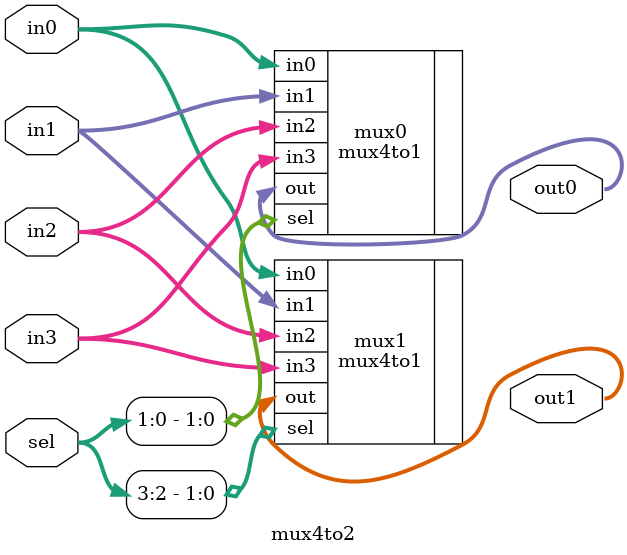
<source format=v>
`timescale 1ns / 1ps


module mux4to2(
	input wire [7:0] in0,    //  
    input wire [7:0] in1,    //  
    input wire [7:0] in2,    //  
    input wire [7:0] in3,    //  
    input wire [3:0] sel,    //  
	output wire [7:0] out0, //  
	output wire [7:0] out1
    );

	mux4to1 mux0(
    	.in0	(in0),    //  
    	.in1	(in1),    //  
    	.in2	(in2),    //  
    	.in3	(in3),    //  
    	.sel	(sel[1:0]),   
    	.out	(out0)  //   
	);

	mux4to1 mux1(
    	.in0	(in0),    //  
    	.in1	(in1),    //  
    	.in2	(in2),    //  
    	.in3	(in3),    //  
    	.sel	(sel[3:2]),   
    	.out	(out1)  //   
	);

endmodule

</source>
